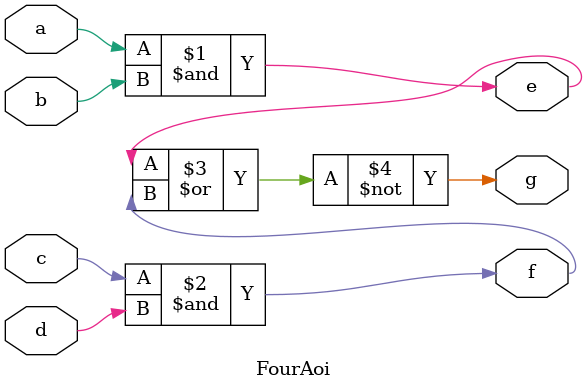
<source format=v>
`timescale 1ns / 1ps

module FourAoi(
    input a, b, c, d,
    output e, f, g
    );
    
    assign e = a&b;
    assign f = c&d;
    assign g = ~(e|f);
    
endmodule

</source>
